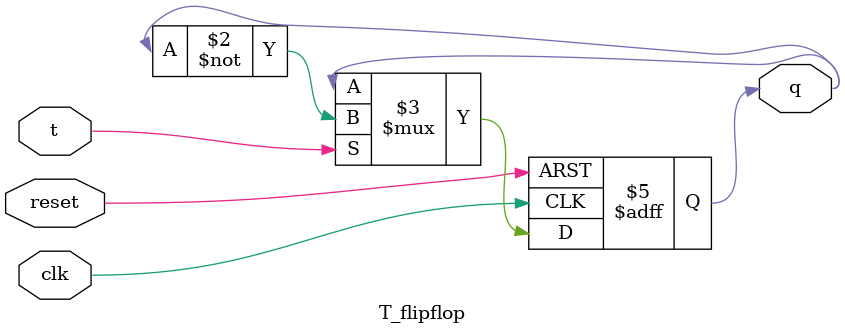
<source format=v>
module T_flipflop(
 input wire clk, reset, t,
 output reg q
);
always @(posedge clk or posedge reset)
 if (reset)
 q <= 1'b0;
 else if (t)
 q <= ~q;
endmodule

</source>
